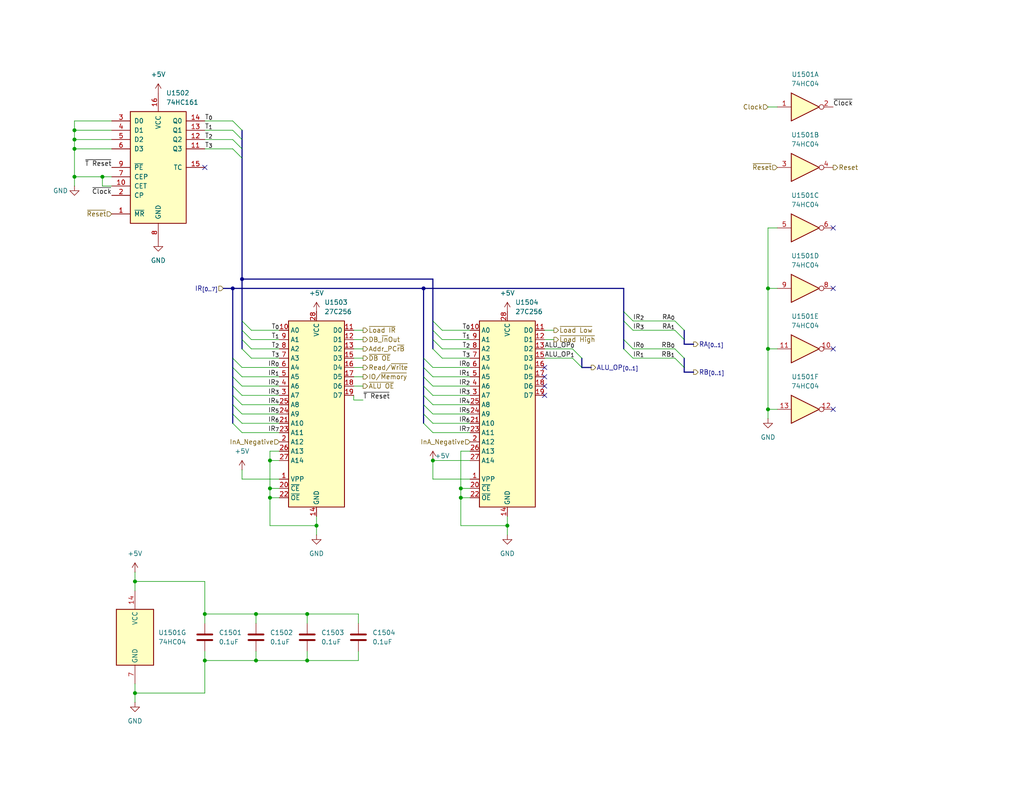
<source format=kicad_sch>
(kicad_sch (version 20250114) (generator "eeschema") (generator_version "9.0")
  (paper "USLetter")
  (title_block (title "BRISC8 CPU") (date "2025-06-26") (rev "v1.0.0") (company "Brian Duffy") (comment 3 "Compatible with the BRISC8 assembler and compiler suite.") (comment 4 "Simple 8-bit RISC CPU designed by Brian Duffy to explore the lowest level of computing."))
  (lib_symbols
    (symbol "74xx:74AHC04"
      (property "Reference" "U" (at 0 1.27 0))
      (property "Value" "74AHC04" (at 0 -1.27 0))
      (symbol "74AHC04_1_0"
        (polyline (pts (xy -3.81 3.81) (xy -3.81 -3.81) (xy 3.81 0) (xy -3.81 3.81)) (stroke (width 0.254)) (fill (type background)))
        (pin input line (at -7.62 0 0) (length 3.81) (name "~") (number "1"))
        (pin output inverted (at 7.62 0 180) (length 3.81) (name "~") (number "2"))
      )
      (symbol "74AHC04_2_0"
        (polyline (pts (xy -3.81 3.81) (xy -3.81 -3.81) (xy 3.81 0) (xy -3.81 3.81)) (stroke (width 0.254)) (fill (type background)))
        (pin input line (at -7.62 0 0) (length 3.81) (name "~") (number "3"))
        (pin output inverted (at 7.62 0 180) (length 3.81) (name "~") (number "4"))
      )
      (symbol "74AHC04_3_0"
        (polyline (pts (xy -3.81 3.81) (xy -3.81 -3.81) (xy 3.81 0) (xy -3.81 3.81)) (stroke (width 0.254)) (fill (type background)))
        (pin input line (at -7.62 0 0) (length 3.81) (name "~") (number "5"))
        (pin output inverted (at 7.62 0 180) (length 3.81) (name "~") (number "6"))
      )
      (symbol "74AHC04_4_0"
        (polyline (pts (xy -3.81 3.81) (xy -3.81 -3.81) (xy 3.81 0) (xy -3.81 3.81)) (stroke (width 0.254)) (fill (type background)))
        (pin input line (at -7.62 0 0) (length 3.81) (name "~") (number "9"))
        (pin output inverted (at 7.62 0 180) (length 3.81) (name "~") (number "8"))
      )
      (symbol "74AHC04_5_0"
        (polyline (pts (xy -3.81 3.81) (xy -3.81 -3.81) (xy 3.81 0) (xy -3.81 3.81)) (stroke (width 0.254)) (fill (type background)))
        (pin input line (at -7.62 0 0) (length 3.81) (name "~") (number "11"))
        (pin output inverted (at 7.62 0 180) (length 3.81) (name "~") (number "10"))
      )
      (symbol "74AHC04_6_0"
        (polyline (pts (xy -3.81 3.81) (xy -3.81 -3.81) (xy 3.81 0) (xy -3.81 3.81)) (stroke (width 0.254)) (fill (type background)))
        (pin input line (at -7.62 0 0) (length 3.81) (name "~") (number "13"))
        (pin output inverted (at 7.62 0 180) (length 3.81) (name "~") (number "12"))
      )
      (symbol "74AHC04_7_0"
        (pin power_in line (at 0 12.7 270) (length 5.08) (name "VCC") (number "14"))
        (pin power_in line (at 0 -12.7 90) (length 5.08) (name "GND") (number "7"))
      )
      (symbol "74AHC04_7_1"
        (rectangle (start -5.08 7.62) (end 5.08 -7.62) (stroke (width 0.254)) (fill (type background)))
      )
    )
    (symbol "74xx:74LS161" (pin_names (offset 1.016))
      (property "Reference" "U" (at -7.62 16.51 0))
      (property "Value" "74LS161" (at -7.62 -16.51 0))
      (symbol "74LS161_1_0"
        (pin input line (at -12.7 12.7 0) (length 5.08) (name "D0") (number "3"))
        (pin input line (at -12.7 10.16 0) (length 5.08) (name "D1") (number "4"))
        (pin input line (at -12.7 7.62 0) (length 5.08) (name "D2") (number "5"))
        (pin input line (at -12.7 5.08 0) (length 5.08) (name "D3") (number "6"))
        (pin input line (at -12.7 0 0) (length 5.08) (name "~{PE}") (number "9"))
        (pin input line (at -12.7 -2.54 0) (length 5.08) (name "CEP") (number "7"))
        (pin input line (at -12.7 -5.08 0) (length 5.08) (name "CET") (number "10"))
        (pin input line (at -12.7 -7.62 0) (length 5.08) (name "CP") (number "2"))
        (pin input line (at -12.7 -12.7 0) (length 5.08) (name "~{MR}") (number "1"))
        (pin power_in line (at 0 20.32 270) (length 5.08) (name "VCC") (number "16"))
        (pin power_in line (at 0 -20.32 90) (length 5.08) (name "GND") (number "8"))
        (pin output line (at 12.7 12.7 180) (length 5.08) (name "Q0") (number "14"))
        (pin output line (at 12.7 10.16 180) (length 5.08) (name "Q1") (number "13"))
        (pin output line (at 12.7 7.62 180) (length 5.08) (name "Q2") (number "12"))
        (pin output line (at 12.7 5.08 180) (length 5.08) (name "Q3") (number "11"))
        (pin output line (at 12.7 0 180) (length 5.08) (name "TC") (number "15"))
      )
      (symbol "74LS161_1_1"
        (rectangle (start -7.62 15.24) (end 7.62 -15.24) (stroke (width 0.254)) (fill (type background)))
      )
    )
    (symbol "Device:C" (pin_numbers (hide yes)) (pin_names (offset 0.254))
      (property "Reference" "C" (at 0.635 2.54 0))
      (property "Value" "C" (at 0.635 -2.54 0))
      (symbol "C_0_1"
        (polyline (pts (xy -2.032 0.762) (xy 2.032 0.762)) (stroke (width 0.508)))
        (polyline (pts (xy -2.032 -0.762) (xy 2.032 -0.762)) (stroke (width 0.508)))
      )
      (symbol "C_1_1"
        (pin passive line (at 0 3.81 270) (length 2.794) (name "~") (number "1"))
        (pin passive line (at 0 -3.81 90) (length 2.794) (name "~") (number "2"))
      )
    )
    (symbol "Memory_EPROM:27C256"
      (property "Reference" "U" (at -7.62 26.67 0))
      (property "Value" "27C256" (at 2.54 -26.67 0))
      (symbol "27C256_1_1"
        (rectangle (start -7.62 25.4) (end 7.62 -25.4) (stroke (width 0.254)) (fill (type background)))
        (pin input line (at -10.16 22.86 0) (length 2.54) (name "A0") (number "10"))
        (pin input line (at -10.16 20.32 0) (length 2.54) (name "A1") (number "9"))
        (pin input line (at -10.16 17.78 0) (length 2.54) (name "A2") (number "8"))
        (pin input line (at -10.16 15.24 0) (length 2.54) (name "A3") (number "7"))
        (pin input line (at -10.16 12.7 0) (length 2.54) (name "A4") (number "6"))
        (pin input line (at -10.16 10.16 0) (length 2.54) (name "A5") (number "5"))
        (pin input line (at -10.16 7.62 0) (length 2.54) (name "A6") (number "4"))
        (pin input line (at -10.16 5.08 0) (length 2.54) (name "A7") (number "3"))
        (pin input line (at -10.16 2.54 0) (length 2.54) (name "A8") (number "25"))
        (pin input line (at -10.16 0 0) (length 2.54) (name "A9") (number "24"))
        (pin input line (at -10.16 -2.54 0) (length 2.54) (name "A10") (number "21"))
        (pin input line (at -10.16 -5.08 0) (length 2.54) (name "A11") (number "23"))
        (pin input line (at -10.16 -7.62 0) (length 2.54) (name "A12") (number "2"))
        (pin input line (at -10.16 -10.16 0) (length 2.54) (name "A13") (number "26"))
        (pin input line (at -10.16 -12.7 0) (length 2.54) (name "A14") (number "27"))
        (pin input line (at -10.16 -17.78 0) (length 2.54) (name "VPP") (number "1"))
        (pin input line (at -10.16 -20.32 0) (length 2.54) (name "~{CE}") (number "20"))
        (pin input line (at -10.16 -22.86 0) (length 2.54) (name "~{OE}") (number "22"))
        (pin power_in line (at 0 27.94 270) (length 2.54) (name "VCC") (number "28"))
        (pin power_in line (at 0 -27.94 90) (length 2.54) (name "GND") (number "14"))
        (pin tri_state line (at 10.16 22.86 180) (length 2.54) (name "D0") (number "11"))
        (pin tri_state line (at 10.16 20.32 180) (length 2.54) (name "D1") (number "12"))
        (pin tri_state line (at 10.16 17.78 180) (length 2.54) (name "D2") (number "13"))
        (pin tri_state line (at 10.16 15.24 180) (length 2.54) (name "D3") (number "15"))
        (pin tri_state line (at 10.16 12.7 180) (length 2.54) (name "D4") (number "16"))
        (pin tri_state line (at 10.16 10.16 180) (length 2.54) (name "D5") (number "17"))
        (pin tri_state line (at 10.16 7.62 180) (length 2.54) (name "D6") (number "18"))
        (pin tri_state line (at 10.16 5.08 180) (length 2.54) (name "D7") (number "19"))
      )
    )
    (symbol "power:+5V" (power) (pin_numbers (hide yes)) (pin_names (offset 0) (hide yes))
      (property "Value" "+5V" (at 0 3.556 0))
      (symbol "+5V_0_1"
        (polyline (pts (xy -0.762 1.27) (xy 0 2.54)))
        (polyline (pts (xy 0 2.54) (xy 0.762 1.27)))
        (polyline (pts (xy 0 0) (xy 0 2.54)))
      )
      (symbol "+5V_1_1"
        (pin power_in line (at 0 0 90) (length 0) (name "~") (number "1"))
      )
    )
    (symbol "power:GND" (power) (pin_numbers (hide yes)) (pin_names (offset 0) (hide yes))
      (property "Value" "GND" (at 0 -3.81 0))
      (symbol "GND_0_1"
        (polyline (pts (xy 0 0) (xy 0 -1.27) (xy 1.27 -1.27) (xy 0 -2.54) (xy -1.27 -1.27) (xy 0 -1.27)))
      )
      (symbol "GND_1_1"
        (pin power_in line (at 0 0 270) (length 0) (name "~") (number "1"))
      )
    )
  )
  (junction (at 20.32 35.56))
  (junction (at 55.88 180.34))
  (junction (at 86.36 143.51))
  (junction (at 209.55 95.25))
  (junction (at 36.83 158.75))
  (junction (at 73.66 133.35))
  (junction (at 209.55 111.76))
  (junction (at 36.83 189.23))
  (junction (at 118.11 125.73))
  (junction (at 20.32 40.64))
  (junction (at 125.73 133.35))
  (junction (at 63.5 78.74))
  (junction (at 55.88 167.64))
  (junction (at 209.55 78.74))
  (junction (at 73.66 135.89))
  (junction (at 115.57 78.74))
  (junction (at 69.85 167.64))
  (junction (at 125.73 135.89))
  (junction (at 20.32 48.26))
  (junction (at 138.43 143.51))
  (junction (at 73.66 125.73))
  (junction (at 20.32 38.1))
  (junction (at 27.94 48.26))
  (junction (at 66.04 76.2))
  (junction (at 69.85 180.34))
  (junction (at 83.82 167.64))
  (junction (at 83.82 180.34))
  (no_connect (at 148.59 105.41))
  (no_connect (at 148.59 100.33))
  (no_connect (at 148.59 107.95))
  (no_connect (at 227.33 78.74))
  (no_connect (at 55.88 45.72))
  (no_connect (at 227.33 111.76))
  (no_connect (at 227.33 62.23))
  (no_connect (at 227.33 95.25))
  (no_connect (at 148.59 102.87))
  (bus_entry (at 66.04 95.25) (size 2.54 2.54))
  (bus_entry (at 66.04 110.49) (size -2.54 -2.54))
  (bus_entry (at 118.11 102.87) (size -2.54 -2.54))
  (bus_entry (at 184.15 87.63) (size 2.54 2.54))
  (bus_entry (at 118.11 95.25) (size 2.54 2.54))
  (bus_entry (at 63.5 38.1) (size 2.54 2.54))
  (bus_entry (at 118.11 118.11) (size -2.54 -2.54))
  (bus_entry (at 170.18 85.09) (size 2.54 2.54))
  (bus_entry (at 118.11 105.41) (size -2.54 -2.54))
  (bus_entry (at 184.15 95.25) (size 2.54 2.54))
  (bus_entry (at 118.11 115.57) (size -2.54 -2.54))
  (bus_entry (at 118.11 113.03) (size -2.54 -2.54))
  (bus_entry (at 66.04 102.87) (size -2.54 -2.54))
  (bus_entry (at 66.04 115.57) (size -2.54 -2.54))
  (bus_entry (at 118.11 107.95) (size -2.54 -2.54))
  (bus_entry (at 63.5 35.56) (size 2.54 2.54))
  (bus_entry (at 118.11 90.17) (size 2.54 2.54))
  (bus_entry (at 118.11 110.49) (size -2.54 -2.54))
  (bus_entry (at 118.11 100.33) (size -2.54 -2.54))
  (bus_entry (at 66.04 92.71) (size 2.54 2.54))
  (bus_entry (at 66.04 107.95) (size -2.54 -2.54))
  (bus_entry (at 66.04 113.03) (size -2.54 -2.54))
  (bus_entry (at 66.04 118.11) (size -2.54 -2.54))
  (bus_entry (at 170.18 95.25) (size 2.54 2.54))
  (bus_entry (at 66.04 105.41) (size -2.54 -2.54))
  (bus_entry (at 66.04 100.33) (size -2.54 -2.54))
  (bus_entry (at 118.11 87.63) (size 2.54 2.54))
  (bus_entry (at 184.15 90.17) (size 2.54 2.54))
  (bus_entry (at 66.04 87.63) (size 2.54 2.54))
  (bus_entry (at 66.04 90.17) (size 2.54 2.54))
  (bus_entry (at 118.11 92.71) (size 2.54 2.54))
  (bus_entry (at 63.5 40.64) (size 2.54 2.54))
  (bus_entry (at 63.5 33.02) (size 2.54 2.54))
  (bus_entry (at 170.18 92.71) (size 2.54 2.54))
  (bus_entry (at 156.21 97.79) (size 2.54 2.54))
  (bus_entry (at 170.18 87.63) (size 2.54 2.54))
  (bus_entry (at 156.21 95.25) (size 2.54 2.54))
  (bus_entry (at 184.15 97.79) (size 2.54 2.54))
  (bus (pts (xy 63.5 105.41) (xy 63.5 102.87)))
  (wire (pts (xy 66.04 110.49) (xy 76.2 110.49)))
  (wire (pts (xy 96.52 109.22) (xy 96.52 107.95)))
  (wire (pts (xy 172.72 95.25) (xy 184.15 95.25)))
  (wire (pts (xy 20.32 38.1) (xy 30.48 38.1)))
  (bus (pts (xy 118.11 95.25) (xy 118.11 92.71)))
  (wire (pts (xy 148.59 92.71) (xy 151.13 92.71)))
  (bus (pts (xy 66.04 76.2) (xy 66.04 87.63)))
  (wire (pts (xy 148.59 90.17) (xy 151.13 90.17)))
  (wire (pts (xy 20.32 35.56) (xy 20.32 38.1)))
  (bus (pts (xy 63.5 110.49) (xy 63.5 107.95)))
  (wire (pts (xy 83.82 167.64) (xy 83.82 170.18)))
  (wire (pts (xy 55.88 189.23) (xy 36.83 189.23)))
  (wire (pts (xy 96.52 97.79) (xy 99.06 97.79)))
  (wire (pts (xy 172.72 90.17) (xy 184.15 90.17)))
  (wire (pts (xy 118.11 107.95) (xy 128.27 107.95)))
  (wire (pts (xy 20.32 33.02) (xy 20.32 35.56)))
  (wire (pts (xy 96.52 92.71) (xy 99.06 92.71)))
  (wire (pts (xy 138.43 143.51) (xy 125.73 143.51)))
  (bus (pts (xy 115.57 107.95) (xy 115.57 105.41)))
  (wire (pts (xy 97.79 180.34) (xy 83.82 180.34)))
  (wire (pts (xy 118.11 115.57) (xy 128.27 115.57)))
  (wire (pts (xy 148.59 95.25) (xy 156.21 95.25)))
  (bus (pts (xy 66.04 43.18) (xy 66.04 76.2)))
  (wire (pts (xy 83.82 177.8) (xy 83.82 180.34)))
  (wire (pts (xy 148.59 97.79) (xy 156.21 97.79)))
  (wire (pts (xy 36.83 156.21) (xy 36.83 158.75)))
  (bus (pts (xy 66.04 38.1) (xy 66.04 35.56)))
  (bus (pts (xy 170.18 85.09) (xy 170.18 87.63)))
  (wire (pts (xy 55.88 180.34) (xy 55.88 177.8)))
  (bus (pts (xy 115.57 115.57) (xy 115.57 113.03)))
  (bus (pts (xy 115.57 102.87) (xy 115.57 100.33)))
  (wire (pts (xy 172.72 97.79) (xy 184.15 97.79)))
  (wire (pts (xy 212.09 62.23) (xy 209.55 62.23)))
  (wire (pts (xy 20.32 40.64) (xy 20.32 48.26)))
  (wire (pts (xy 209.55 111.76) (xy 212.09 111.76)))
  (wire (pts (xy 68.58 95.25) (xy 76.2 95.25)))
  (bus (pts (xy 170.18 78.74) (xy 170.18 85.09)))
  (wire (pts (xy 73.66 135.89) (xy 73.66 143.51)))
  (wire (pts (xy 125.73 133.35) (xy 128.27 133.35)))
  (wire (pts (xy 55.88 170.18) (xy 55.88 167.64)))
  (bus (pts (xy 186.69 93.98) (xy 189.23 93.98)))
  (wire (pts (xy 73.66 133.35) (xy 76.2 133.35)))
  (wire (pts (xy 128.27 123.19) (xy 125.73 123.19)))
  (wire (pts (xy 66.04 102.87) (xy 76.2 102.87)))
  (bus (pts (xy 170.18 92.71) (xy 170.18 95.25)))
  (bus (pts (xy 186.69 100.33) (xy 186.69 101.6)))
  (wire (pts (xy 55.88 158.75) (xy 36.83 158.75)))
  (wire (pts (xy 73.66 125.73) (xy 73.66 133.35)))
  (bus (pts (xy 118.11 76.2) (xy 118.11 87.63)))
  (wire (pts (xy 36.83 158.75) (xy 36.83 161.29)))
  (bus (pts (xy 66.04 76.2) (xy 118.11 76.2)))
  (wire (pts (xy 55.88 180.34) (xy 55.88 189.23)))
  (wire (pts (xy 125.73 135.89) (xy 125.73 143.51)))
  (bus (pts (xy 115.57 78.74) (xy 170.18 78.74)))
  (wire (pts (xy 66.04 105.41) (xy 76.2 105.41)))
  (wire (pts (xy 120.65 90.17) (xy 128.27 90.17)))
  (bus (pts (xy 115.57 97.79) (xy 115.57 100.33)))
  (wire (pts (xy 118.11 130.81) (xy 128.27 130.81)))
  (bus (pts (xy 118.11 92.71) (xy 118.11 90.17)))
  (wire (pts (xy 66.04 113.03) (xy 76.2 113.03)))
  (wire (pts (xy 83.82 180.34) (xy 69.85 180.34)))
  (wire (pts (xy 99.06 109.22) (xy 96.52 109.22)))
  (bus (pts (xy 66.04 90.17) (xy 66.04 87.63)))
  (bus (pts (xy 115.57 105.41) (xy 115.57 102.87)))
  (bus (pts (xy 63.5 102.87) (xy 63.5 100.33)))
  (bus (pts (xy 63.5 107.95) (xy 63.5 105.41)))
  (wire (pts (xy 96.52 105.41) (xy 99.06 105.41)))
  (wire (pts (xy 86.36 140.97) (xy 86.36 143.51)))
  (wire (pts (xy 76.2 135.89) (xy 73.66 135.89)))
  (wire (pts (xy 20.32 40.64) (xy 30.48 40.64)))
  (bus (pts (xy 63.5 78.74) (xy 115.57 78.74)))
  (wire (pts (xy 27.94 48.26) (xy 20.32 48.26)))
  (wire (pts (xy 209.55 111.76) (xy 209.55 114.3)))
  (wire (pts (xy 27.94 48.26) (xy 27.94 50.8)))
  (bus (pts (xy 186.69 92.71) (xy 186.69 93.98)))
  (wire (pts (xy 118.11 118.11) (xy 128.27 118.11)))
  (bus (pts (xy 158.75 97.79) (xy 158.75 100.33)))
  (wire (pts (xy 30.48 33.02) (xy 20.32 33.02)))
  (bus (pts (xy 186.69 90.17) (xy 186.69 92.71)))
  (wire (pts (xy 66.04 130.81) (xy 76.2 130.81)))
  (wire (pts (xy 68.58 97.79) (xy 76.2 97.79)))
  (wire (pts (xy 209.55 78.74) (xy 212.09 78.74)))
  (wire (pts (xy 66.04 130.81) (xy 66.04 128.27)))
  (wire (pts (xy 20.32 38.1) (xy 20.32 40.64)))
  (wire (pts (xy 120.65 92.71) (xy 128.27 92.71)))
  (wire (pts (xy 55.88 167.64) (xy 69.85 167.64)))
  (bus (pts (xy 63.5 97.79) (xy 63.5 78.74)))
  (wire (pts (xy 96.52 95.25) (xy 99.06 95.25)))
  (wire (pts (xy 128.27 125.73) (xy 118.11 125.73)))
  (wire (pts (xy 118.11 110.49) (xy 128.27 110.49)))
  (wire (pts (xy 209.55 78.74) (xy 209.55 95.25)))
  (wire (pts (xy 209.55 95.25) (xy 212.09 95.25)))
  (bus (pts (xy 115.57 113.03) (xy 115.57 110.49)))
  (bus (pts (xy 63.5 115.57) (xy 63.5 113.03)))
  (wire (pts (xy 69.85 167.64) (xy 69.85 170.18)))
  (bus (pts (xy 115.57 110.49) (xy 115.57 107.95)))
  (bus (pts (xy 66.04 40.64) (xy 66.04 38.1)))
  (wire (pts (xy 66.04 118.11) (xy 76.2 118.11)))
  (wire (pts (xy 69.85 177.8) (xy 69.85 180.34)))
  (bus (pts (xy 63.5 113.03) (xy 63.5 110.49)))
  (bus (pts (xy 115.57 97.79) (xy 115.57 78.74)))
  (wire (pts (xy 209.55 62.23) (xy 209.55 78.74)))
  (wire (pts (xy 86.36 143.51) (xy 73.66 143.51)))
  (bus (pts (xy 60.96 78.74) (xy 63.5 78.74)))
  (wire (pts (xy 20.32 48.26) (xy 20.32 50.8)))
  (wire (pts (xy 55.88 38.1) (xy 63.5 38.1)))
  (wire (pts (xy 69.85 180.34) (xy 55.88 180.34)))
  (wire (pts (xy 66.04 115.57) (xy 76.2 115.57)))
  (wire (pts (xy 69.85 167.64) (xy 83.82 167.64)))
  (wire (pts (xy 66.04 107.95) (xy 76.2 107.95)))
  (wire (pts (xy 120.65 97.79) (xy 128.27 97.79)))
  (wire (pts (xy 55.88 167.64) (xy 55.88 158.75)))
  (wire (pts (xy 30.48 48.26) (xy 27.94 48.26)))
  (wire (pts (xy 138.43 143.51) (xy 138.43 146.05)))
  (wire (pts (xy 209.55 95.25) (xy 209.55 111.76)))
  (bus (pts (xy 186.69 101.6) (xy 189.23 101.6)))
  (bus (pts (xy 186.69 97.79) (xy 186.69 100.33)))
  (wire (pts (xy 125.73 123.19) (xy 125.73 133.35)))
  (wire (pts (xy 83.82 167.64) (xy 97.79 167.64)))
  (wire (pts (xy 20.32 35.56) (xy 30.48 35.56)))
  (wire (pts (xy 36.83 189.23) (xy 36.83 186.69)))
  (wire (pts (xy 68.58 92.71) (xy 76.2 92.71)))
  (wire (pts (xy 118.11 105.41) (xy 128.27 105.41)))
  (wire (pts (xy 97.79 177.8) (xy 97.79 180.34)))
  (bus (pts (xy 66.04 95.25) (xy 66.04 92.71)))
  (wire (pts (xy 68.58 90.17) (xy 76.2 90.17)))
  (bus (pts (xy 158.75 100.33) (xy 161.29 100.33)))
  (wire (pts (xy 128.27 135.89) (xy 125.73 135.89)))
  (wire (pts (xy 209.55 29.21) (xy 212.09 29.21)))
  (wire (pts (xy 55.88 40.64) (xy 63.5 40.64)))
  (wire (pts (xy 96.52 102.87) (xy 99.06 102.87)))
  (wire (pts (xy 36.83 191.77) (xy 36.83 189.23)))
  (wire (pts (xy 86.36 143.51) (xy 86.36 146.05)))
  (bus (pts (xy 170.18 87.63) (xy 170.18 92.71)))
  (wire (pts (xy 73.66 135.89) (xy 73.66 133.35)))
  (wire (pts (xy 55.88 33.02) (xy 63.5 33.02)))
  (wire (pts (xy 172.72 87.63) (xy 184.15 87.63)))
  (bus (pts (xy 66.04 43.18) (xy 66.04 40.64)))
  (bus (pts (xy 118.11 90.17) (xy 118.11 87.63)))
  (wire (pts (xy 118.11 102.87) (xy 128.27 102.87)))
  (wire (pts (xy 27.94 50.8) (xy 30.48 50.8)))
  (wire (pts (xy 66.04 100.33) (xy 76.2 100.33)))
  (wire (pts (xy 138.43 140.97) (xy 138.43 143.51)))
  (wire (pts (xy 125.73 135.89) (xy 125.73 133.35)))
  (wire (pts (xy 76.2 123.19) (xy 73.66 123.19)))
  (wire (pts (xy 118.11 113.03) (xy 128.27 113.03)))
  (bus (pts (xy 66.04 92.71) (xy 66.04 90.17)))
  (bus (pts (xy 63.5 97.79) (xy 63.5 100.33)))
  (wire (pts (xy 73.66 123.19) (xy 73.66 125.73)))
  (wire (pts (xy 97.79 167.64) (xy 97.79 170.18)))
  (wire (pts (xy 96.52 100.33) (xy 99.06 100.33)))
  (wire (pts (xy 118.11 100.33) (xy 128.27 100.33)))
  (wire (pts (xy 96.52 90.17) (xy 99.06 90.17)))
  (wire (pts (xy 118.11 125.73) (xy 118.11 130.81)))
  (wire (pts (xy 55.88 35.56) (xy 63.5 35.56)))
  (wire (pts (xy 73.66 125.73) (xy 76.2 125.73)))
  (wire (pts (xy 120.65 95.25) (xy 128.27 95.25)))
  (label "IR_{7}" (at 76.2 118.11 180))
  (label "T_{2}" (at 55.88 38.1 0))
  (label "~{T Reset}" (at 30.48 45.72 180))
  (label "IR_{4}" (at 76.2 110.49 180))
  (label "IR_{5}" (at 128.27 113.03 180))
  (label "IR_{2}" (at 76.2 105.41 180))
  (label "IR_{0}" (at 76.2 100.33 180))
  (label "IR_{3}" (at 172.72 90.17 0))
  (label "IR_{1}" (at 76.2 102.87 180))
  (label "RB_{0}" (at 184.15 95.25 180))
  (label "T_{1}" (at 76.2 92.71 180))
  (label "IR_{0}" (at 172.72 95.25 0))
  (label "T_{3}" (at 128.27 97.79 180))
  (label "~{T Reset}" (at 99.06 109.22 0))
  (label "IR_{1}" (at 172.72 97.79 0))
  (label "T_{0}" (at 128.27 90.17 180))
  (label "IR_{5}" (at 76.2 113.03 180))
  (label "IR_{2}" (at 172.72 87.63 0))
  (label "~{Clock}" (at 30.48 53.34 180))
  (label "RA_{0}" (at 184.15 87.63 180))
  (label "IR_{3}" (at 76.2 107.95 180))
  (label "IR_{2}" (at 128.27 105.41 180))
  (label "IR_{7}" (at 128.27 118.11 180))
  (label "T_{0}" (at 76.2 90.17 180))
  (label "IR_{6}" (at 76.2 115.57 180))
  (label "T_{3}" (at 76.2 97.79 180))
  (label "RB_{1}" (at 184.15 97.79 180))
  (label "ALU_OP_{1}" (at 148.59 97.79 0))
  (label "IR_{3}" (at 128.27 107.95 180))
  (label "IR_{1}" (at 128.27 102.87 180))
  (label "ALU_OP_{0}" (at 148.59 95.25 0))
  (label "IR_{6}" (at 128.27 115.57 180))
  (label "T_{3}" (at 55.88 40.64 0))
  (label "T_{2}" (at 76.2 95.25 180))
  (label "IR_{4}" (at 128.27 110.49 180))
  (label "T_{2}" (at 128.27 95.25 180))
  (label "~{Clock}" (at 227.33 29.21 0))
  (label "RA_{1}" (at 184.15 90.17 180))
  (label "T_{0}" (at 55.88 33.02 0))
  (label "IR_{0}" (at 128.27 100.33 180))
  (label "T_{1}" (at 55.88 35.56 0))
  (label "T_{1}" (at 128.27 92.71 180))
  (hierarchical_label "~{Load High}" (shape output) (at 151.13 92.71 0))
  (hierarchical_label "~{Reset}" (shape input) (at 30.48 58.42 180))
  (hierarchical_label "~{Reset}" (shape input) (at 212.09 45.72 180))
  (hierarchical_label "Read{slash}~{Write}" (shape output) (at 99.06 100.33 0))
  (hierarchical_label "InA_Negative" (shape input) (at 76.2 120.65 180))
  (hierarchical_label "IO{slash}~{Memory}" (shape output) (at 99.06 102.87 0))
  (hierarchical_label "~{Load Low}" (shape output) (at 151.13 90.17 0))
  (hierarchical_label "Addr_PC~{rB}" (shape output) (at 99.06 95.25 0))
  (hierarchical_label "~{Load IR}" (shape output) (at 99.06 90.17 0))
  (hierarchical_label "RB_{[0..1]}" (shape output) (at 189.23 101.6 0))
  (hierarchical_label "InA_Negative" (shape input) (at 128.27 120.65 180))
  (hierarchical_label "DB_~{In}Out" (shape output) (at 99.06 92.71 0))
  (hierarchical_label "Reset" (shape output) (at 227.33 45.72 0))
  (hierarchical_label "~{ALU OE}" (shape output) (at 99.06 105.41 0))
  (hierarchical_label "IR_{[0..7]}" (shape input) (at 60.96 78.74 180))
  (hierarchical_label "Clock" (shape input) (at 209.55 29.21 180))
  (hierarchical_label "ALU_OP_{[0..1]}" (shape output) (at 161.29 100.33 0))
  (hierarchical_label "RA_{[0..1]}" (shape output) (at 189.23 93.98 0))
  (hierarchical_label "~{DB OE}" (shape output) (at 99.06 97.79 0))
  (symbol (lib_id "power:+5V") (at 43.18 25.4 0) (unit 1)
    (property "Reference" "#PWR01501" (effects (hide yes)))
    (property "Value" "+5V" (at 43.18 20.32 0))
    (property "Description" "Power symbol creates a global label with name \"+5V\"" (effects (hide yes)))
  )
  (symbol (lib_id "power:+5V") (at 86.36 85.09 0) (unit 1)
    (property "Reference" "#PWR01504" (effects (hide yes)))
    (property "Value" "+5V" (at 86.36 80.01 0))
    (property "Description" "Power symbol creates a global label with name \"+5V\"" (effects (hide yes)))
  )
  (symbol (lib_id "power:+5V") (at 138.43 85.09 0) (unit 1)
    (property "Reference" "#PWR01505" (effects (hide yes)))
    (property "Value" "+5V" (at 138.43 80.01 0))
    (property "Description" "Power symbol creates a global label with name \"+5V\"" (effects (hide yes)))
  )
  (symbol (lib_id "74xx:74AHC04") (at 36.83 173.99 0) (unit 7)
    (property "Reference" "U1501" (at 43.18 172.7199 0) (effects (justify left)))
    (property "Value" "74HC04" (at 43.18 175.2599 0) (effects (justify left)))
    (property "Footprint" "Package_DIP:DIP-14_W7.62mm" (effects (hide yes)))
    (property "Datasheet" "https://assets.nexperia.com/documents/data-sheet/74AHC_AHCT04.pdf" (effects (hide yes)))
    (property "Description" "Hex Inverter" (effects (hide yes)))
  )
  (symbol (lib_id "74xx:74AHC04") (at 219.71 29.21 0) (unit 1)
    (property "Reference" "U1501" (at 219.71 20.32 0))
    (property "Value" "74HC04" (at 219.71 22.86 0))
    (property "Footprint" "Package_DIP:DIP-14_W7.62mm" (effects (hide yes)))
    (property "Datasheet" "https://assets.nexperia.com/documents/data-sheet/74AHC_AHCT04.pdf" (effects (hide yes)))
    (property "Description" "Hex Inverter" (effects (hide yes)))
  )
  (symbol (lib_id "Device:C") (at 83.82 173.99 0) (unit 1)
    (property "Reference" "C1503" (at 87.63 172.7199 0) (effects (justify left)))
    (property "Value" "0.1uF" (at 87.63 175.2599 0) (effects (justify left)))
    (property "Footprint" "Capacitor_THT:C_Rect_L4.0mm_W2.5mm_P2.50mm" (effects (hide yes)))
    (property "Description" "Unpolarized capacitor" (effects (hide yes)))
  )
  (symbol (lib_id "Memory_EPROM:27C256") (at 86.36 113.03 0) (unit 1)
    (property "Reference" "U1503" (at 88.5033 82.55 0) (effects (justify left)))
    (property "Value" "27C256" (at 88.5033 85.09 0) (effects (justify left)))
    (property "Footprint" "Package_DIP:DIP-28_W15.24mm_Socket" (effects (hide yes)))
    (property "Datasheet" "http://ww1.microchip.com/downloads/en/DeviceDoc/doc0014.pdf" (effects (hide yes)))
    (property "Description" "OTP EPROM 256 KiBit" (effects (hide yes)))
  )
  (symbol (lib_id "power:GND") (at 36.83 191.77 0) (unit 1)
    (property "Reference" "#PWR01512" (effects (hide yes)))
    (property "Value" "GND" (at 36.83 196.85 0))
    (property "Description" "Power symbol creates a global label with name \"GND\" , ground" (effects (hide yes)))
  )
  (symbol (lib_id "Memory_EPROM:27C256") (at 138.43 113.03 0) (unit 1)
    (property "Reference" "U1504" (at 140.5733 82.55 0) (effects (justify left)))
    (property "Value" "27C256" (at 140.5733 85.09 0) (effects (justify left)))
    (property "Footprint" "Package_DIP:DIP-28_W15.24mm_Socket" (effects (hide yes)))
    (property "Datasheet" "http://ww1.microchip.com/downloads/en/DeviceDoc/doc0014.pdf" (effects (hide yes)))
    (property "Description" "OTP EPROM 256 KiBit" (effects (hide yes)))
  )
  (symbol (lib_id "Device:C") (at 97.79 173.99 0) (unit 1)
    (property "Reference" "C1504" (at 101.6 172.7199 0) (effects (justify left)))
    (property "Value" "0.1uF" (at 101.6 175.2599 0) (effects (justify left)))
    (property "Footprint" "Capacitor_THT:C_Rect_L4.0mm_W2.5mm_P2.50mm" (effects (hide yes)))
    (property "Description" "Unpolarized capacitor" (effects (hide yes)))
  )
  (symbol (lib_id "74xx:74LS161") (at 43.18 45.72 0) (unit 1)
    (property "Reference" "U1502" (at 45.3233 25.4 0) (effects (justify left)))
    (property "Value" "74HC161" (at 45.3233 27.94 0) (effects (justify left)))
    (property "Footprint" "Package_DIP:DIP-16_W7.62mm" (effects (hide yes)))
    (property "Datasheet" "http://www.ti.com/lit/gpn/sn74LS161" (effects (hide yes)))
    (property "Description" "Synchronous 4-bit programmable binary Counter" (effects (hide yes)))
  )
  (symbol (lib_id "power:+5V") (at 36.83 156.21 0) (unit 1)
    (property "Reference" "#PWR01511" (effects (hide yes)))
    (property "Value" "+5V" (at 36.83 151.13 0))
    (property "Description" "Power symbol creates a global label with name \"+5V\"" (effects (hide yes)))
  )
  (symbol (lib_id "power:GND") (at 138.43 146.05 0) (unit 1)
    (property "Reference" "#PWR01510" (effects (hide yes)))
    (property "Value" "GND" (at 138.43 151.13 0))
    (property "Description" "Power symbol creates a global label with name \"GND\" , ground" (effects (hide yes)))
  )
  (symbol (lib_id "power:GND") (at 209.55 114.3 0) (unit 1)
    (property "Reference" "#PWR01506" (effects (hide yes)))
    (property "Value" "GND" (at 209.55 119.38 0))
    (property "Description" "Power symbol creates a global label with name \"GND\" , ground" (effects (hide yes)))
  )
  (symbol (lib_id "74xx:74AHC04") (at 219.71 95.25 0) (unit 5)
    (property "Reference" "U1501" (at 219.71 86.36 0))
    (property "Value" "74HC04" (at 219.71 88.9 0))
    (property "Footprint" "Package_DIP:DIP-14_W7.62mm" (effects (hide yes)))
    (property "Datasheet" "https://assets.nexperia.com/documents/data-sheet/74AHC_AHCT04.pdf" (effects (hide yes)))
    (property "Description" "Hex Inverter" (effects (hide yes)))
  )
  (symbol (lib_id "74xx:74AHC04") (at 219.71 62.23 0) (unit 3)
    (property "Reference" "U1501" (at 219.71 53.34 0))
    (property "Value" "74HC04" (at 219.71 55.88 0))
    (property "Footprint" "Package_DIP:DIP-14_W7.62mm" (effects (hide yes)))
    (property "Datasheet" "https://assets.nexperia.com/documents/data-sheet/74AHC_AHCT04.pdf" (effects (hide yes)))
    (property "Description" "Hex Inverter" (effects (hide yes)))
  )
  (symbol (lib_id "Device:C") (at 69.85 173.99 0) (unit 1)
    (property "Reference" "C1502" (at 73.66 172.7199 0) (effects (justify left)))
    (property "Value" "0.1uF" (at 73.66 175.2599 0) (effects (justify left)))
    (property "Footprint" "Capacitor_THT:C_Rect_L4.0mm_W2.5mm_P2.50mm" (effects (hide yes)))
    (property "Description" "Unpolarized capacitor" (effects (hide yes)))
  )
  (symbol (lib_id "74xx:74AHC04") (at 219.71 45.72 0) (unit 2)
    (property "Reference" "U1501" (at 219.71 36.83 0))
    (property "Value" "74HC04" (at 219.71 39.37 0))
    (property "Footprint" "Package_DIP:DIP-14_W7.62mm" (effects (hide yes)))
    (property "Datasheet" "https://assets.nexperia.com/documents/data-sheet/74AHC_AHCT04.pdf" (effects (hide yes)))
    (property "Description" "Hex Inverter" (effects (hide yes)))
  )
  (symbol (lib_id "power:+5V") (at 66.04 128.27 0) (unit 1)
    (property "Reference" "#PWR01508" (effects (hide yes)))
    (property "Value" "+5V" (at 66.04 123.19 0))
    (property "Description" "Power symbol creates a global label with name \"+5V\"" (effects (hide yes)))
  )
  (symbol (lib_id "74xx:74AHC04") (at 219.71 111.76 0) (unit 6)
    (property "Reference" "U1501" (at 219.71 102.87 0))
    (property "Value" "74HC04" (at 219.71 105.41 0))
    (property "Footprint" "Package_DIP:DIP-14_W7.62mm" (effects (hide yes)))
    (property "Datasheet" "https://assets.nexperia.com/documents/data-sheet/74AHC_AHCT04.pdf" (effects (hide yes)))
    (property "Description" "Hex Inverter" (effects (hide yes)))
  )
  (symbol (lib_id "power:GND") (at 43.18 66.04 0) (unit 1)
    (property "Reference" "#PWR01503" (effects (hide yes)))
    (property "Value" "GND" (at 43.18 71.12 0))
    (property "Description" "Power symbol creates a global label with name \"GND\" , ground" (effects (hide yes)))
  )
  (symbol (lib_id "power:+5V") (at 118.11 125.73 0) (unit 1)
    (property "Reference" "#PWR01507" (effects (hide yes)))
    (property "Value" "+5V" (at 120.65 124.46 0))
    (property "Description" "Power symbol creates a global label with name \"+5V\"" (effects (hide yes)))
  )
  (symbol (lib_id "power:GND") (at 20.32 50.8 0) (unit 1)
    (property "Reference" "#PWR01502" (effects (hide yes)))
    (property "Value" "GND" (at 16.51 52.07 0))
    (property "Description" "Power symbol creates a global label with name \"GND\" , ground" (effects (hide yes)))
  )
  (symbol (lib_id "74xx:74AHC04") (at 219.71 78.74 0) (unit 4)
    (property "Reference" "U1501" (at 219.71 69.85 0))
    (property "Value" "74HC04" (at 219.71 72.39 0))
    (property "Footprint" "Package_DIP:DIP-14_W7.62mm" (effects (hide yes)))
    (property "Datasheet" "https://assets.nexperia.com/documents/data-sheet/74AHC_AHCT04.pdf" (effects (hide yes)))
    (property "Description" "Hex Inverter" (effects (hide yes)))
  )
  (symbol (lib_id "power:GND") (at 86.36 146.05 0) (unit 1)
    (property "Reference" "#PWR01509" (effects (hide yes)))
    (property "Value" "GND" (at 86.36 151.13 0))
    (property "Description" "Power symbol creates a global label with name \"GND\" , ground" (effects (hide yes)))
  )
  (symbol (lib_id "Device:C") (at 55.88 173.99 0) (unit 1)
    (property "Reference" "C1501" (at 59.69 172.7199 0) (effects (justify left)))
    (property "Value" "0.1uF" (at 59.69 175.2599 0) (effects (justify left)))
    (property "Footprint" "Capacitor_THT:C_Rect_L4.0mm_W2.5mm_P2.50mm" (effects (hide yes)))
    (property "Description" "Unpolarized capacitor" (effects (hide yes)))
  )
)
</source>
